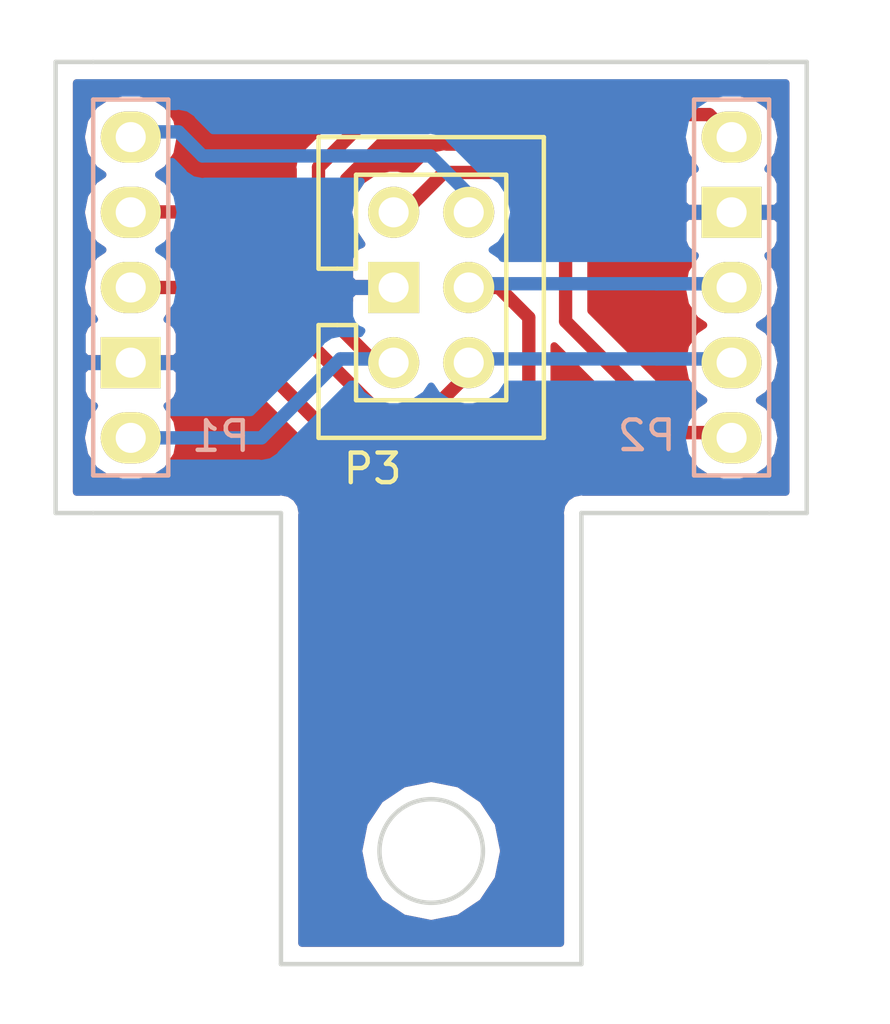
<source format=kicad_pcb>
(kicad_pcb (version 20171130) (host pcbnew no-vcs-found-3ad3869~61~ubuntu16.04.1)

  (general
    (thickness 1.6)
    (drawings 14)
    (tracks 49)
    (zones 0)
    (modules 3)
    (nets 7)
  )

  (page A4)
  (layers
    (0 F.Cu signal)
    (31 B.Cu signal)
    (32 B.Adhes user)
    (33 F.Adhes user)
    (34 B.Paste user)
    (35 F.Paste user)
    (36 B.SilkS user)
    (37 F.SilkS user)
    (38 B.Mask user)
    (39 F.Mask user)
    (40 Dwgs.User user)
    (41 Cmts.User user)
    (42 Eco1.User user)
    (43 Eco2.User user)
    (44 Edge.Cuts user)
    (45 Margin user)
    (46 B.CrtYd user)
    (47 F.CrtYd user)
    (48 B.Fab user)
    (49 F.Fab user)
  )

  (setup
    (last_trace_width 0.45)
    (trace_clearance 0.2)
    (zone_clearance 0.508)
    (zone_45_only no)
    (trace_min 0.2)
    (segment_width 0.2)
    (edge_width 0.15)
    (via_size 0.6)
    (via_drill 0.4)
    (via_min_size 0.4)
    (via_min_drill 0.3)
    (uvia_size 0.3)
    (uvia_drill 0.1)
    (uvias_allowed no)
    (uvia_min_size 0.2)
    (uvia_min_drill 0.1)
    (pcb_text_width 0.3)
    (pcb_text_size 1.5 1.5)
    (mod_edge_width 0.15)
    (mod_text_size 1 1)
    (mod_text_width 0.15)
    (pad_size 1.7272 1.7272)
    (pad_drill 1.016)
    (pad_to_mask_clearance 0.2)
    (aux_axis_origin 0 0)
    (grid_origin 100 100)
    (visible_elements 7FFFFFFF)
    (pcbplotparams
      (layerselection 0x010f0_ffffffff)
      (usegerberextensions false)
      (usegerberattributes false)
      (usegerberadvancedattributes false)
      (creategerberjobfile false)
      (excludeedgelayer true)
      (linewidth 0.100000)
      (plotframeref false)
      (viasonmask false)
      (mode 1)
      (useauxorigin false)
      (hpglpennumber 1)
      (hpglpenspeed 20)
      (hpglpendiameter 15)
      (psnegative false)
      (psa4output false)
      (plotreference true)
      (plotvalue true)
      (plotinvisibletext false)
      (padsonsilk false)
      (subtractmaskfromsilk false)
      (outputformat 1)
      (mirror false)
      (drillshape 0)
      (scaleselection 1)
      (outputdirectory lidar_gerbers/))
  )

  (net 0 "")
  (net 1 GND)
  (net 2 LID_VIN)
  (net 3 LID_SDA)
  (net 4 LID_SCL)
  (net 5 LID_L_XSHUT)
  (net 6 LID_R_XSHUT)

  (net_class Default "This is the default net class."
    (clearance 0.2)
    (trace_width 0.45)
    (via_dia 0.6)
    (via_drill 0.4)
    (uvia_dia 0.3)
    (uvia_drill 0.1)
    (add_net GND)
    (add_net LID_L_XSHUT)
    (add_net LID_R_XSHUT)
    (add_net LID_SCL)
    (add_net LID_SDA)
    (add_net LID_VIN)
  )

  (net_class 6V ""
    (clearance 0.2)
    (trace_width 0.55)
    (via_dia 0.6)
    (via_drill 0.4)
    (uvia_dia 0.3)
    (uvia_drill 0.1)
  )

  (net_class BATT ""
    (clearance 0.2)
    (trace_width 0.65)
    (via_dia 0.6)
    (via_drill 0.4)
    (uvia_dia 0.3)
    (uvia_drill 0.1)
  )

  (module Pin_Headers:Pin_Header_Straight_1x05 (layer F.Cu) (tedit 5A4F7AE7) (tstamp 59F4839B)
    (at 103.81 84.76)
    (descr "Through hole pin header")
    (tags "pin header")
    (path /59F476FD)
    (fp_text reference P2 (at -2.8702 10.0838) (layer B.SilkS)
      (effects (font (size 1 1) (thickness 0.15)) (justify mirror))
    )
    (fp_text value LIDAR_RIGHT (at 0.6604 -3.6576) (layer F.Fab)
      (effects (font (size 1 1) (thickness 0.15)))
    )
    (fp_line (start -1.27 11.43) (end -1.27 -1.27) (layer B.SilkS) (width 0.15))
    (fp_line (start -1.27 -1.27) (end 1.27 -1.27) (layer B.SilkS) (width 0.15))
    (fp_line (start 1.27 -1.27) (end 1.27 11.43) (layer B.SilkS) (width 0.15))
    (fp_line (start 1.27 11.43) (end -1.27 11.43) (layer B.SilkS) (width 0.15))
    (fp_line (start -1.75 -1.75) (end -1.75 11.95) (layer F.CrtYd) (width 0.05))
    (fp_line (start 1.75 -1.75) (end 1.75 11.95) (layer F.CrtYd) (width 0.05))
    (fp_line (start -1.75 -1.75) (end 1.75 -1.75) (layer F.CrtYd) (width 0.05))
    (fp_line (start -1.75 11.95) (end 1.75 11.95) (layer F.CrtYd) (width 0.05))
    (pad 1 thru_hole oval (at 0 0) (size 2.032 1.7272) (drill 1.016) (layers *.Cu *.Mask F.SilkS)
      (net 2 LID_VIN))
    (pad 2 thru_hole rect (at 0 2.54) (size 2.032 1.7272) (drill 1.016) (layers *.Cu *.Mask F.SilkS)
      (net 1 GND))
    (pad 3 thru_hole oval (at 0 5.08) (size 2.032 1.7272) (drill 1.016) (layers *.Cu *.Mask F.SilkS)
      (net 3 LID_SDA))
    (pad 4 thru_hole oval (at 0 7.62) (size 2.032 1.7272) (drill 1.016) (layers *.Cu *.Mask F.SilkS)
      (net 4 LID_SCL))
    (pad 5 thru_hole oval (at 0 10.16) (size 2.032 1.7272) (drill 1.016) (layers *.Cu *.Mask F.SilkS)
      (net 6 LID_R_XSHUT))
    (model Pin_Headers.3dshapes/Pin_Header_Straight_1x05.wrl
      (offset (xyz 0 -5.079999923706055 0))
      (scale (xyz 1 1 1))
      (rotate (xyz 0 0 90))
    )
  )

  (module Pin_Headers:Pin_Header_Straight_2x03 (layer F.Cu) (tedit 5A4F7AE5) (tstamp 59F48387)
    (at 94.92 92.38 180)
    (descr "Through hole pin header")
    (tags "pin header")
    (path /59F478A1)
    (fp_text reference P3 (at 3.2512 -3.5814 180) (layer F.SilkS)
      (effects (font (size 1 1) (thickness 0.15)))
    )
    (fp_text value CONN_02X03 (at 1.9812 11.4046 180) (layer F.Fab)
      (effects (font (size 1 1) (thickness 0.15)))
    )
    (fp_line (start 4.445 3.175) (end 5.08 3.175) (layer F.SilkS) (width 0.15))
    (fp_line (start 5.08 3.175) (end 5.08 7.62) (layer F.SilkS) (width 0.15))
    (fp_line (start 5.08 7.62) (end -2.54 7.62) (layer F.SilkS) (width 0.15))
    (fp_line (start -2.54 7.62) (end -2.54 -2.54) (layer F.SilkS) (width 0.15))
    (fp_line (start -2.54 -2.54) (end 5.08 -2.54) (layer F.SilkS) (width 0.15))
    (fp_line (start 5.08 -2.54) (end 5.08 1.27) (layer F.SilkS) (width 0.15))
    (fp_line (start 5.08 1.27) (end 4.445 1.27) (layer F.SilkS) (width 0.15))
    (fp_line (start 3.81 3.175) (end 3.81 6.35) (layer F.SilkS) (width 0.15))
    (fp_line (start 3.81 1.27) (end 4.445 1.27) (layer F.SilkS) (width 0.15))
    (fp_line (start 4.445 3.175) (end 3.81 3.175) (layer F.SilkS) (width 0.15))
    (fp_line (start -1.27 1.27) (end -1.27 -1.27) (layer F.SilkS) (width 0.15))
    (fp_line (start -1.27 -1.27) (end 1.27 -1.27) (layer F.SilkS) (width 0.15))
    (fp_line (start -1.27 1.27) (end -1.27 6.35) (layer F.SilkS) (width 0.15))
    (fp_line (start -1.75 -1.75) (end -1.75 6.85) (layer F.CrtYd) (width 0.05))
    (fp_line (start 4.3 -1.75) (end 4.3 6.85) (layer F.CrtYd) (width 0.05))
    (fp_line (start -1.75 -1.75) (end 4.3 -1.75) (layer F.CrtYd) (width 0.05))
    (fp_line (start -1.75 6.85) (end 4.3 6.85) (layer F.CrtYd) (width 0.05))
    (fp_line (start -1.27 6.35) (end 3.81 6.35) (layer F.SilkS) (width 0.15))
    (fp_line (start 3.81 -1.27) (end 1.27 -1.27) (layer F.SilkS) (width 0.15))
    (fp_line (start 3.81 1.27) (end 3.81 -1.27) (layer F.SilkS) (width 0.15))
    (pad 1 thru_hole oval (at 0 0 180) (size 1.7272 1.7272) (drill 1.016) (layers *.Cu *.Mask F.SilkS)
      (net 4 LID_SCL))
    (pad 2 thru_hole oval (at 2.54 0 180) (size 1.7272 1.7272) (drill 1.016) (layers *.Cu *.Mask F.SilkS)
      (net 2 LID_VIN))
    (pad 3 thru_hole oval (at 0 2.54 180) (size 1.7272 1.7272) (drill 1.016) (layers *.Cu *.Mask F.SilkS)
      (net 3 LID_SDA))
    (pad 4 thru_hole rect (at 2.54 2.54 180) (size 1.7272 1.7272) (drill 1.016) (layers *.Cu *.Mask F.SilkS)
      (net 1 GND))
    (pad 5 thru_hole oval (at 0 5.08 180) (size 1.7272 1.7272) (drill 1.016) (layers *.Cu *.Mask F.SilkS)
      (net 5 LID_L_XSHUT))
    (pad 6 thru_hole oval (at 2.54 5.08 180) (size 1.7272 1.7272) (drill 1.016) (layers *.Cu *.Mask F.SilkS)
      (net 6 LID_R_XSHUT))
    (model Pin_Headers.3dshapes/Pin_Header_Straight_2x03.wrl
      (offset (xyz 1.269999980926514 -2.539999961853027 0))
      (scale (xyz 1 1 1))
      (rotate (xyz 0 0 90))
    )
  )

  (module Pin_Headers:Pin_Header_Straight_1x05 (layer F.Cu) (tedit 5A4F7AE9) (tstamp 59F48370)
    (at 83.49 94.92 180)
    (descr "Through hole pin header")
    (tags "pin header")
    (path /59F477DB)
    (fp_text reference P1 (at -3.048 0.0508 180) (layer B.SilkS)
      (effects (font (size 1 1) (thickness 0.15)) (justify mirror))
    )
    (fp_text value LIDAR_LEFT (at 0.1778 -3.429 180) (layer F.Fab)
      (effects (font (size 1 1) (thickness 0.15)))
    )
    (fp_line (start -1.27 11.43) (end -1.27 -1.27) (layer B.SilkS) (width 0.15))
    (fp_line (start -1.27 -1.27) (end 1.27 -1.27) (layer B.SilkS) (width 0.15))
    (fp_line (start 1.27 -1.27) (end 1.27 11.43) (layer B.SilkS) (width 0.15))
    (fp_line (start 1.27 11.43) (end -1.27 11.43) (layer B.SilkS) (width 0.15))
    (fp_line (start -1.75 -1.75) (end -1.75 11.95) (layer F.CrtYd) (width 0.05))
    (fp_line (start 1.75 -1.75) (end 1.75 11.95) (layer F.CrtYd) (width 0.05))
    (fp_line (start -1.75 -1.75) (end 1.75 -1.75) (layer F.CrtYd) (width 0.05))
    (fp_line (start -1.75 11.95) (end 1.75 11.95) (layer F.CrtYd) (width 0.05))
    (pad 1 thru_hole oval (at 0 0 180) (size 2.032 1.7272) (drill 1.016) (layers *.Cu *.Mask F.SilkS)
      (net 2 LID_VIN))
    (pad 2 thru_hole rect (at 0 2.54 180) (size 2.032 1.7272) (drill 1.016) (layers *.Cu *.Mask F.SilkS)
      (net 1 GND))
    (pad 3 thru_hole oval (at 0 5.08 180) (size 2.032 1.7272) (drill 1.016) (layers *.Cu *.Mask F.SilkS)
      (net 3 LID_SDA))
    (pad 4 thru_hole oval (at 0 7.62 180) (size 2.032 1.7272) (drill 1.016) (layers *.Cu *.Mask F.SilkS)
      (net 4 LID_SCL))
    (pad 5 thru_hole oval (at 0 10.16 180) (size 2.032 1.7272) (drill 1.016) (layers *.Cu *.Mask F.SilkS)
      (net 5 LID_L_XSHUT))
    (model Pin_Headers.3dshapes/Pin_Header_Straight_1x05.wrl
      (offset (xyz 0 -5.079999923706055 0))
      (scale (xyz 1 1 1))
      (rotate (xyz 0 0 90))
    )
  )

  (gr_line (start 80.95 97.46) (end 82.22 97.46) (angle 90) (layer Edge.Cuts) (width 0.15))
  (gr_line (start 80.95 82.22) (end 82.22 82.22) (angle 90) (layer Edge.Cuts) (width 0.15))
  (gr_line (start 105.08 82.22) (end 106.35 82.22) (angle 90) (layer Edge.Cuts) (width 0.15))
  (gr_line (start 105.08 97.46) (end 106.35 97.46) (angle 90) (layer Edge.Cuts) (width 0.15))
  (gr_line (start 98.73 97.46) (end 98.73 112.7) (angle 90) (layer Edge.Cuts) (width 0.15))
  (gr_line (start 88.57 97.46) (end 88.57 112.7) (angle 90) (layer Edge.Cuts) (width 0.15))
  (gr_line (start 80.95 82.22) (end 80.95 97.46) (angle 90) (layer Edge.Cuts) (width 0.15))
  (gr_line (start 105.08 82.22) (end 82.22 82.22) (angle 90) (layer Edge.Cuts) (width 0.15))
  (gr_line (start 106.35 97.46) (end 106.35 82.22) (angle 90) (layer Edge.Cuts) (width 0.15))
  (gr_line (start 98.73 97.46) (end 105.08 97.46) (angle 90) (layer Edge.Cuts) (width 0.15))
  (gr_line (start 82.22 97.46) (end 88.57 97.46) (angle 90) (layer Edge.Cuts) (width 0.15))
  (gr_line (start 88.57 112.7) (end 98.73 112.7) (angle 90) (layer Edge.Cuts) (width 0.15))
  (gr_line (start 102.7686 84.887) (end 94.0818 84.887) (angle 90) (layer Cmts.User) (width 0.2))
  (gr_circle (center 93.6511 108.8784) (end 95.4011 108.8784) (layer Edge.Cuts) (width 0.15) (tstamp 59F4C16C))

  (segment (start 103.048 83.998) (end 103.81 84.76) (width 0.45) (layer F.Cu) (net 2) (tstamp 5A7DB9D5))
  (segment (start 91.618 83.998) (end 103.048 83.998) (width 0.45) (layer F.Cu) (net 2) (tstamp 5A7DB9D4))
  (segment (start 89.84 90.475) (end 89.84 85.776) (width 0.45) (layer F.Cu) (net 2))
  (segment (start 89.84 85.776) (end 91.618 83.998) (width 0.45) (layer F.Cu) (net 2) (tstamp 5A7DB9D3))
  (segment (start 83.49 94.92) (end 87.9096 94.92) (width 0.45) (layer B.Cu) (net 2) (status 400000))
  (segment (start 87.9096 94.92) (end 90.5766 92.253) (width 0.45) (layer B.Cu) (net 2) (tstamp 5A7DB997))
  (segment (start 90.5766 92.253) (end 92.253 92.253) (width 0.45) (layer B.Cu) (net 2) (tstamp 5A7DB998) (status 800000))
  (segment (start 92.253 92.253) (end 92.38 92.38) (width 0.45) (layer B.Cu) (net 2) (tstamp 5A7DB999) (status C00000))
  (segment (start 89.84 90.475) (end 91.745 92.38) (width 0.45) (layer F.Cu) (net 2) (tstamp 5A7DB988) (status 800000))
  (segment (start 91.745 92.38) (end 92.38 92.38) (width 0.45) (layer F.Cu) (net 2) (tstamp 5A7DB989) (status C00000))
  (segment (start 92.38 92.38) (end 91.745 92.38) (width 0.45) (layer F.Cu) (net 2) (status C00000))
  (segment (start 91.745 92.38) (end 89.84 90.475) (width 0.45) (layer F.Cu) (net 2) (tstamp 5A7DB810) (status 400000))
  (segment (start 92.8626 92.253) (end 90.5766 92.253) (width 0.45) (layer B.Cu) (net 2))
  (segment (start 101.27 89.713) (end 103.683 89.713) (width 0.45) (layer B.Cu) (net 3) (status 800000))
  (segment (start 103.683 89.713) (end 103.81 89.84) (width 0.45) (layer B.Cu) (net 3) (tstamp 5A7DB7EA) (status C00000))
  (segment (start 83.49 89.84) (end 84.76 89.84) (width 0.45) (layer F.Cu) (net 3) (status 400000))
  (segment (start 95.936 89.84) (end 94.92 89.84) (width 0.45) (layer F.Cu) (net 3) (tstamp 5A3E43D8))
  (segment (start 96.952 90.856) (end 95.936 89.84) (width 0.45) (layer F.Cu) (net 3) (tstamp 5A3E43D7))
  (segment (start 96.952 93.904) (end 96.952 90.856) (width 0.45) (layer F.Cu) (net 3) (tstamp 5A3E43D6))
  (segment (start 95.428 95.428) (end 96.952 93.904) (width 0.45) (layer F.Cu) (net 3) (tstamp 5A3E43D3))
  (segment (start 90.856 95.428) (end 95.428 95.428) (width 0.45) (layer F.Cu) (net 3) (tstamp 5A3E43CF))
  (segment (start 85.268 89.84) (end 90.856 95.428) (width 0.45) (layer F.Cu) (net 3) (tstamp 5A3E43CE))
  (segment (start 84.76 89.84) (end 85.268 89.84) (width 0.45) (layer F.Cu) (net 3))
  (segment (start 95.4026 89.713) (end 101.27 89.713) (width 0.45) (layer B.Cu) (net 3))
  (segment (start 101.27 89.713) (end 102.8321 89.713) (width 0.45) (layer B.Cu) (net 3) (tstamp 5A7DB7E8))
  (segment (start 101.27 92.253) (end 103.683 92.253) (width 0.45) (layer B.Cu) (net 4) (status 800000))
  (segment (start 103.683 92.253) (end 103.81 92.38) (width 0.45) (layer B.Cu) (net 4) (tstamp 5A7DB7EF) (status C00000))
  (segment (start 85.1029 87.2873) (end 83.5027 87.2873) (width 0.45) (layer F.Cu) (net 4) (status 800000))
  (segment (start 83.5027 87.2873) (end 83.49 87.3) (width 0.45) (layer F.Cu) (net 4) (tstamp 5A7DB7CE) (status C00000))
  (segment (start 85.1029 87.2873) (end 91.8466 94.031) (width 0.45) (layer F.Cu) (net 4) (tstamp 59F4C3E7))
  (segment (start 91.8466 94.031) (end 93.6246 94.031) (width 0.45) (layer F.Cu) (net 4) (tstamp 59F4C3E8))
  (segment (start 93.6246 94.031) (end 95.4026 92.253) (width 0.45) (layer F.Cu) (net 4) (tstamp 59F4C3EA))
  (segment (start 95.4026 92.253) (end 101.27 92.253) (width 0.45) (layer B.Cu) (net 4))
  (segment (start 101.27 92.253) (end 102.8321 92.253) (width 0.45) (layer B.Cu) (net 4) (tstamp 5A7DB7ED))
  (segment (start 85.1029 84.5822) (end 83.6678 84.5822) (width 0.45) (layer B.Cu) (net 5) (status 800000))
  (segment (start 93.6246 85.395) (end 85.9157 85.395) (width 0.45) (layer B.Cu) (net 5) (tstamp 59F4C3E2))
  (segment (start 85.9157 85.395) (end 85.1029 84.5822) (width 0.45) (layer B.Cu) (net 5) (tstamp 59F4C3E3))
  (segment (start 95.4026 87.173) (end 93.6246 85.395) (width 0.45) (layer B.Cu) (net 5))
  (segment (start 83.6678 84.5822) (end 83.49 84.76) (width 0.45) (layer B.Cu) (net 5) (tstamp 5A7DB7F7) (status C00000))
  (segment (start 94.0818 85.9538) (end 96.8758 85.9538) (width 0.45) (layer F.Cu) (net 6))
  (segment (start 96.8758 85.9538) (end 98.1966 87.2746) (width 0.45) (layer F.Cu) (net 6) (tstamp 5A7DB9DA))
  (segment (start 100.4318 93.2182) (end 101.9558 94.7422) (width 0.45) (layer F.Cu) (net 6))
  (segment (start 98.1966 90.983) (end 98.1966 87.2746) (width 0.45) (layer F.Cu) (net 6) (tstamp 59F4C3EE))
  (segment (start 100.4318 93.2182) (end 98.1966 90.983) (width 0.45) (layer F.Cu) (net 6) (tstamp 5A7DB7D4))
  (segment (start 94.0818 85.9538) (end 92.8626 87.173) (width 0.45) (layer F.Cu) (net 6) (tstamp 5A7DB9D8))
  (segment (start 101.9558 94.7422) (end 103.6322 94.7422) (width 0.45) (layer F.Cu) (net 6) (tstamp 5A7DB7D6) (status 800000))
  (segment (start 103.6322 94.7422) (end 103.81 94.92) (width 0.45) (layer F.Cu) (net 6) (tstamp 5A7DB7D7) (status C00000))
  (segment (start 102.8829 94.7422) (end 101.9558 94.7422) (width 0.45) (layer F.Cu) (net 6))
  (segment (start 102.8829 94.7422) (end 102.2479 94.7422) (width 0.45) (layer F.Cu) (net 6))

  (zone (net 1) (net_name GND) (layer F.Cu) (tstamp 5A3E43FA) (hatch edge 0.508)
    (connect_pads (clearance 0.508))
    (min_thickness 0.254)
    (fill yes (arc_segments 16) (thermal_gap 0.508) (thermal_bridge_width 0.508))
    (polygon
      (pts
        (xy 80.95 80.188) (xy 107.366 80.188) (xy 107.366 114.732) (xy 80.95 114.732)
      )
    )
    (filled_polygon
      (pts
        (xy 105.64 96.75) (xy 98.799925 96.75) (xy 98.73 96.736091) (xy 98.660074 96.75) (xy 98.452972 96.791195)
        (xy 98.218119 96.948119) (xy 98.061195 97.182972) (xy 98.006091 97.46) (xy 98.02 97.529925) (xy 98.020001 111.99)
        (xy 89.28 111.99) (xy 89.28 108.8784) (xy 91.1911 108.8784) (xy 91.378356 109.819801) (xy 91.911617 110.617883)
        (xy 92.709699 111.151144) (xy 93.6511 111.3384) (xy 94.592501 111.151144) (xy 95.390583 110.617883) (xy 95.923844 109.819801)
        (xy 96.1111 108.8784) (xy 95.923844 107.936999) (xy 95.390583 107.138917) (xy 94.592501 106.605656) (xy 93.6511 106.4184)
        (xy 92.709699 106.605656) (xy 91.911617 107.138917) (xy 91.378356 107.936999) (xy 91.1911 108.8784) (xy 89.28 108.8784)
        (xy 89.28 97.529925) (xy 89.293909 97.46) (xy 89.238805 97.182972) (xy 89.081881 96.948119) (xy 88.847028 96.791195)
        (xy 88.639926 96.75) (xy 88.639925 96.75) (xy 88.57 96.736091) (xy 88.500074 96.75) (xy 81.66 96.75)
        (xy 81.66 94.92) (xy 81.809641 94.92) (xy 81.92595 95.504725) (xy 82.25717 96.00043) (xy 82.752875 96.33165)
        (xy 83.190002 96.4186) (xy 83.789998 96.4186) (xy 84.227125 96.33165) (xy 84.72283 96.00043) (xy 85.05405 95.504725)
        (xy 85.170359 94.92) (xy 85.05405 94.335275) (xy 84.723633 93.840772) (xy 84.865698 93.781927) (xy 85.044327 93.603299)
        (xy 85.141 93.36991) (xy 85.141 92.66575) (xy 84.98225 92.507) (xy 83.617 92.507) (xy 83.617 92.527)
        (xy 83.363 92.527) (xy 83.363 92.507) (xy 81.99775 92.507) (xy 81.839 92.66575) (xy 81.839 93.36991)
        (xy 81.935673 93.603299) (xy 82.114302 93.781927) (xy 82.256367 93.840772) (xy 81.92595 94.335275) (xy 81.809641 94.92)
        (xy 81.66 94.92) (xy 81.66 84.76) (xy 81.809641 84.76) (xy 81.92595 85.344725) (xy 82.25717 85.84043)
        (xy 82.540881 86.03) (xy 82.25717 86.21957) (xy 81.92595 86.715275) (xy 81.809641 87.3) (xy 81.92595 87.884725)
        (xy 82.25717 88.38043) (xy 82.540881 88.57) (xy 82.25717 88.75957) (xy 81.92595 89.255275) (xy 81.809641 89.84)
        (xy 81.92595 90.424725) (xy 82.256367 90.919228) (xy 82.114302 90.978073) (xy 81.935673 91.156701) (xy 81.839 91.39009)
        (xy 81.839 92.09425) (xy 81.99775 92.253) (xy 83.363 92.253) (xy 83.363 92.233) (xy 83.617 92.233)
        (xy 83.617 92.253) (xy 84.98225 92.253) (xy 85.141 92.09425) (xy 85.141 91.39009) (xy 85.044327 91.156701)
        (xy 84.865698 90.978073) (xy 84.723633 90.919228) (xy 84.870117 90.7) (xy 84.911777 90.7) (xy 90.187997 95.976221)
        (xy 90.235975 96.048025) (xy 90.307779 96.096003) (xy 90.30778 96.096004) (xy 90.42084 96.171548) (xy 90.520445 96.238102)
        (xy 90.771299 96.288) (xy 90.771303 96.288) (xy 90.855999 96.304847) (xy 90.940695 96.288) (xy 95.343304 96.288)
        (xy 95.428 96.304847) (xy 95.512696 96.288) (xy 95.512701 96.288) (xy 95.763555 96.238102) (xy 96.048025 96.048025)
        (xy 96.096005 95.976218) (xy 97.500221 94.572003) (xy 97.572025 94.524025) (xy 97.762102 94.239555) (xy 97.812 93.988701)
        (xy 97.812 93.988697) (xy 97.828847 93.904001) (xy 97.812 93.819305) (xy 97.812 91.814623) (xy 99.88358 93.886204)
        (xy 99.883583 93.886206) (xy 101.287797 95.290421) (xy 101.335775 95.362225) (xy 101.407579 95.410203) (xy 101.40758 95.410204)
        (xy 101.434214 95.428) (xy 101.620245 95.552302) (xy 101.871099 95.6022) (xy 101.871103 95.6022) (xy 101.955799 95.619047)
        (xy 102.040495 95.6022) (xy 102.311081 95.6022) (xy 102.57717 96.00043) (xy 103.072875 96.33165) (xy 103.510002 96.4186)
        (xy 104.109998 96.4186) (xy 104.547125 96.33165) (xy 105.04283 96.00043) (xy 105.37405 95.504725) (xy 105.490359 94.92)
        (xy 105.37405 94.335275) (xy 105.04283 93.83957) (xy 104.759119 93.65) (xy 105.04283 93.46043) (xy 105.37405 92.964725)
        (xy 105.490359 92.38) (xy 105.37405 91.795275) (xy 105.04283 91.29957) (xy 104.759119 91.11) (xy 105.04283 90.92043)
        (xy 105.37405 90.424725) (xy 105.490359 89.84) (xy 105.37405 89.255275) (xy 105.043633 88.760772) (xy 105.185698 88.701927)
        (xy 105.364327 88.523299) (xy 105.461 88.28991) (xy 105.461 87.58575) (xy 105.30225 87.427) (xy 103.937 87.427)
        (xy 103.937 87.447) (xy 103.683 87.447) (xy 103.683 87.427) (xy 102.31775 87.427) (xy 102.159 87.58575)
        (xy 102.159 88.28991) (xy 102.255673 88.523299) (xy 102.434302 88.701927) (xy 102.576367 88.760772) (xy 102.24595 89.255275)
        (xy 102.129641 89.84) (xy 102.24595 90.424725) (xy 102.57717 90.92043) (xy 102.860881 91.11) (xy 102.57717 91.29957)
        (xy 102.24595 91.795275) (xy 102.129641 92.38) (xy 102.24595 92.964725) (xy 102.57717 93.46043) (xy 102.860881 93.65)
        (xy 102.57717 93.83957) (xy 102.548686 93.8822) (xy 102.312024 93.8822) (xy 101.099806 92.669983) (xy 101.099804 92.66998)
        (xy 99.0566 90.626777) (xy 99.0566 87.359295) (xy 99.073447 87.274599) (xy 99.0566 87.189903) (xy 99.0566 87.189899)
        (xy 99.006702 86.939045) (xy 98.816625 86.654575) (xy 98.744821 86.606597) (xy 97.543805 85.405582) (xy 97.495825 85.333775)
        (xy 97.211355 85.143698) (xy 96.960501 85.0938) (xy 96.960496 85.0938) (xy 96.8758 85.076953) (xy 96.791104 85.0938)
        (xy 94.166495 85.0938) (xy 94.081799 85.076953) (xy 93.997103 85.0938) (xy 93.997099 85.0938) (xy 93.746245 85.143698)
        (xy 93.64664 85.210252) (xy 93.53358 85.285796) (xy 93.533579 85.285797) (xy 93.461775 85.333775) (xy 93.413797 85.405579)
        (xy 92.936617 85.882759) (xy 92.527598 85.8014) (xy 92.232402 85.8014) (xy 91.795275 85.88835) (xy 91.29957 86.21957)
        (xy 90.96835 86.715275) (xy 90.852041 87.3) (xy 90.96835 87.884725) (xy 91.298767 88.379228) (xy 91.156702 88.438073)
        (xy 90.978073 88.616701) (xy 90.8814 88.85009) (xy 90.8814 89.55425) (xy 91.04015 89.713) (xy 92.253 89.713)
        (xy 92.253 89.693) (xy 92.507 89.693) (xy 92.507 89.713) (xy 92.527 89.713) (xy 92.527 89.967)
        (xy 92.507 89.967) (xy 92.507 89.987) (xy 92.253 89.987) (xy 92.253 89.967) (xy 91.04015 89.967)
        (xy 90.8814 90.12575) (xy 90.8814 90.300177) (xy 90.7 90.118777) (xy 90.7 86.132223) (xy 91.974223 84.858)
        (xy 102.149134 84.858) (xy 102.24595 85.344725) (xy 102.576367 85.839228) (xy 102.434302 85.898073) (xy 102.255673 86.076701)
        (xy 102.159 86.31009) (xy 102.159 87.01425) (xy 102.31775 87.173) (xy 103.683 87.173) (xy 103.683 87.153)
        (xy 103.937 87.153) (xy 103.937 87.173) (xy 105.30225 87.173) (xy 105.461 87.01425) (xy 105.461 86.31009)
        (xy 105.364327 86.076701) (xy 105.185698 85.898073) (xy 105.043633 85.839228) (xy 105.37405 85.344725) (xy 105.490359 84.76)
        (xy 105.37405 84.175275) (xy 105.04283 83.67957) (xy 104.547125 83.34835) (xy 104.109998 83.2614) (xy 103.510002 83.2614)
        (xy 103.497331 83.263921) (xy 103.383555 83.187898) (xy 103.132701 83.138) (xy 103.132696 83.138) (xy 103.048 83.121153)
        (xy 102.963304 83.138) (xy 91.702697 83.138) (xy 91.618 83.121153) (xy 91.533303 83.138) (xy 91.533299 83.138)
        (xy 91.334272 83.177589) (xy 91.282444 83.187898) (xy 91.134382 83.286831) (xy 90.997975 83.377975) (xy 90.949995 83.449782)
        (xy 89.29178 85.107997) (xy 89.219976 85.155975) (xy 89.171998 85.227779) (xy 89.171996 85.227781) (xy 89.029899 85.440445)
        (xy 88.963153 85.776) (xy 88.980001 85.8607) (xy 88.98 89.948177) (xy 85.770905 86.739082) (xy 85.722925 86.667275)
        (xy 85.438455 86.477198) (xy 85.187601 86.4273) (xy 85.187596 86.4273) (xy 85.1029 86.410453) (xy 85.018204 86.4273)
        (xy 84.861631 86.4273) (xy 84.72283 86.21957) (xy 84.439119 86.03) (xy 84.72283 85.84043) (xy 85.05405 85.344725)
        (xy 85.170359 84.76) (xy 85.05405 84.175275) (xy 84.72283 83.67957) (xy 84.227125 83.34835) (xy 83.789998 83.2614)
        (xy 83.190002 83.2614) (xy 82.752875 83.34835) (xy 82.25717 83.67957) (xy 81.92595 84.175275) (xy 81.809641 84.76)
        (xy 81.66 84.76) (xy 81.66 82.93) (xy 105.640001 82.93)
      )
    )
  )
  (zone (net 1) (net_name GND) (layer B.Cu) (tstamp 5A3E4407) (hatch edge 0.508)
    (connect_pads (clearance 0.508))
    (min_thickness 0.254)
    (fill yes (arc_segments 16) (thermal_gap 0.508) (thermal_bridge_width 0.508))
    (polygon
      (pts
        (xy 80.95 80.188) (xy 107.366 80.188) (xy 107.366 114.732) (xy 80.95 114.732)
      )
    )
    (filled_polygon
      (pts
        (xy 105.64 96.75) (xy 98.799925 96.75) (xy 98.73 96.736091) (xy 98.660074 96.75) (xy 98.452972 96.791195)
        (xy 98.218119 96.948119) (xy 98.061195 97.182972) (xy 98.006091 97.46) (xy 98.02 97.529925) (xy 98.020001 111.99)
        (xy 89.28 111.99) (xy 89.28 108.8784) (xy 91.1911 108.8784) (xy 91.378356 109.819801) (xy 91.911617 110.617883)
        (xy 92.709699 111.151144) (xy 93.6511 111.3384) (xy 94.592501 111.151144) (xy 95.390583 110.617883) (xy 95.923844 109.819801)
        (xy 96.1111 108.8784) (xy 95.923844 107.936999) (xy 95.390583 107.138917) (xy 94.592501 106.605656) (xy 93.6511 106.4184)
        (xy 92.709699 106.605656) (xy 91.911617 107.138917) (xy 91.378356 107.936999) (xy 91.1911 108.8784) (xy 89.28 108.8784)
        (xy 89.28 97.529925) (xy 89.293909 97.46) (xy 89.238805 97.182972) (xy 89.081881 96.948119) (xy 88.847028 96.791195)
        (xy 88.639926 96.75) (xy 88.639925 96.75) (xy 88.57 96.736091) (xy 88.500074 96.75) (xy 81.66 96.75)
        (xy 81.66 84.76) (xy 81.809641 84.76) (xy 81.92595 85.344725) (xy 82.25717 85.84043) (xy 82.540881 86.03)
        (xy 82.25717 86.21957) (xy 81.92595 86.715275) (xy 81.809641 87.3) (xy 81.92595 87.884725) (xy 82.25717 88.38043)
        (xy 82.540881 88.57) (xy 82.25717 88.75957) (xy 81.92595 89.255275) (xy 81.809641 89.84) (xy 81.92595 90.424725)
        (xy 82.256367 90.919228) (xy 82.114302 90.978073) (xy 81.935673 91.156701) (xy 81.839 91.39009) (xy 81.839 92.09425)
        (xy 81.99775 92.253) (xy 83.363 92.253) (xy 83.363 92.233) (xy 83.617 92.233) (xy 83.617 92.253)
        (xy 84.98225 92.253) (xy 85.141 92.09425) (xy 85.141 91.39009) (xy 85.044327 91.156701) (xy 84.865698 90.978073)
        (xy 84.723633 90.919228) (xy 85.05405 90.424725) (xy 85.170359 89.84) (xy 85.05405 89.255275) (xy 84.72283 88.75957)
        (xy 84.439119 88.57) (xy 84.72283 88.38043) (xy 85.05405 87.884725) (xy 85.170359 87.3) (xy 85.05405 86.715275)
        (xy 84.72283 86.21957) (xy 84.439119 86.03) (xy 84.72283 85.84043) (xy 84.89189 85.587414) (xy 85.247697 85.943221)
        (xy 85.295675 86.015025) (xy 85.367479 86.063003) (xy 85.36748 86.063004) (xy 85.48054 86.138548) (xy 85.580145 86.205102)
        (xy 85.830999 86.255) (xy 85.831004 86.255) (xy 85.9157 86.271847) (xy 86.000396 86.255) (xy 91.275896 86.255)
        (xy 90.96835 86.715275) (xy 90.852041 87.3) (xy 90.96835 87.884725) (xy 91.298767 88.379228) (xy 91.156702 88.438073)
        (xy 90.978073 88.616701) (xy 90.8814 88.85009) (xy 90.8814 89.55425) (xy 91.04015 89.713) (xy 92.253 89.713)
        (xy 92.253 89.693) (xy 92.507 89.693) (xy 92.507 89.713) (xy 92.527 89.713) (xy 92.527 89.967)
        (xy 92.507 89.967) (xy 92.507 89.987) (xy 92.253 89.987) (xy 92.253 89.967) (xy 91.04015 89.967)
        (xy 90.8814 90.12575) (xy 90.8814 90.82991) (xy 90.978073 91.063299) (xy 91.156702 91.241927) (xy 91.298767 91.300772)
        (xy 91.237142 91.393) (xy 90.661301 91.393) (xy 90.5766 91.376152) (xy 90.241044 91.442898) (xy 90.092982 91.541831)
        (xy 89.956575 91.632975) (xy 89.908595 91.704782) (xy 87.553377 94.06) (xy 84.870117 94.06) (xy 84.723633 93.840772)
        (xy 84.865698 93.781927) (xy 85.044327 93.603299) (xy 85.141 93.36991) (xy 85.141 92.66575) (xy 84.98225 92.507)
        (xy 83.617 92.507) (xy 83.617 92.527) (xy 83.363 92.527) (xy 83.363 92.507) (xy 81.99775 92.507)
        (xy 81.839 92.66575) (xy 81.839 93.36991) (xy 81.935673 93.603299) (xy 82.114302 93.781927) (xy 82.256367 93.840772)
        (xy 81.92595 94.335275) (xy 81.809641 94.92) (xy 81.92595 95.504725) (xy 82.25717 96.00043) (xy 82.752875 96.33165)
        (xy 83.190002 96.4186) (xy 83.789998 96.4186) (xy 84.227125 96.33165) (xy 84.72283 96.00043) (xy 84.870117 95.78)
        (xy 87.824904 95.78) (xy 87.9096 95.796847) (xy 87.994296 95.78) (xy 87.994301 95.78) (xy 88.245155 95.730102)
        (xy 88.529625 95.540025) (xy 88.577605 95.468218) (xy 90.932823 93.113) (xy 91.067424 93.113) (xy 91.29957 93.46043)
        (xy 91.795275 93.79165) (xy 92.232402 93.8786) (xy 92.527598 93.8786) (xy 92.964725 93.79165) (xy 93.46043 93.46043)
        (xy 93.65 93.176719) (xy 93.83957 93.46043) (xy 94.335275 93.79165) (xy 94.772402 93.8786) (xy 95.067598 93.8786)
        (xy 95.504725 93.79165) (xy 96.00043 93.46043) (xy 96.232576 93.113) (xy 102.345024 93.113) (xy 102.57717 93.46043)
        (xy 102.860881 93.65) (xy 102.57717 93.83957) (xy 102.24595 94.335275) (xy 102.129641 94.92) (xy 102.24595 95.504725)
        (xy 102.57717 96.00043) (xy 103.072875 96.33165) (xy 103.510002 96.4186) (xy 104.109998 96.4186) (xy 104.547125 96.33165)
        (xy 105.04283 96.00043) (xy 105.37405 95.504725) (xy 105.490359 94.92) (xy 105.37405 94.335275) (xy 105.04283 93.83957)
        (xy 104.759119 93.65) (xy 105.04283 93.46043) (xy 105.37405 92.964725) (xy 105.490359 92.38) (xy 105.37405 91.795275)
        (xy 105.04283 91.29957) (xy 104.759119 91.11) (xy 105.04283 90.92043) (xy 105.37405 90.424725) (xy 105.490359 89.84)
        (xy 105.37405 89.255275) (xy 105.043633 88.760772) (xy 105.185698 88.701927) (xy 105.364327 88.523299) (xy 105.461 88.28991)
        (xy 105.461 87.58575) (xy 105.30225 87.427) (xy 103.937 87.427) (xy 103.937 87.447) (xy 103.683 87.447)
        (xy 103.683 87.427) (xy 102.31775 87.427) (xy 102.159 87.58575) (xy 102.159 88.28991) (xy 102.255673 88.523299)
        (xy 102.434302 88.701927) (xy 102.576367 88.760772) (xy 102.514742 88.853) (xy 96.062858 88.853) (xy 96.00043 88.75957)
        (xy 95.716719 88.57) (xy 96.00043 88.38043) (xy 96.33165 87.884725) (xy 96.447959 87.3) (xy 96.33165 86.715275)
        (xy 96.00043 86.21957) (xy 95.504725 85.88835) (xy 95.291824 85.846001) (xy 94.292605 84.846782) (xy 94.244625 84.774975)
        (xy 94.222214 84.76) (xy 102.129641 84.76) (xy 102.24595 85.344725) (xy 102.576367 85.839228) (xy 102.434302 85.898073)
        (xy 102.255673 86.076701) (xy 102.159 86.31009) (xy 102.159 87.01425) (xy 102.31775 87.173) (xy 103.683 87.173)
        (xy 103.683 87.153) (xy 103.937 87.153) (xy 103.937 87.173) (xy 105.30225 87.173) (xy 105.461 87.01425)
        (xy 105.461 86.31009) (xy 105.364327 86.076701) (xy 105.185698 85.898073) (xy 105.043633 85.839228) (xy 105.37405 85.344725)
        (xy 105.490359 84.76) (xy 105.37405 84.175275) (xy 105.04283 83.67957) (xy 104.547125 83.34835) (xy 104.109998 83.2614)
        (xy 103.510002 83.2614) (xy 103.072875 83.34835) (xy 102.57717 83.67957) (xy 102.24595 84.175275) (xy 102.129641 84.76)
        (xy 94.222214 84.76) (xy 93.960155 84.584898) (xy 93.709301 84.535) (xy 93.709296 84.535) (xy 93.6246 84.518153)
        (xy 93.539904 84.535) (xy 86.271924 84.535) (xy 85.770905 84.033981) (xy 85.722925 83.962175) (xy 85.438455 83.772098)
        (xy 85.187601 83.7222) (xy 85.187596 83.7222) (xy 85.1029 83.705353) (xy 85.018204 83.7222) (xy 84.751314 83.7222)
        (xy 84.72283 83.67957) (xy 84.227125 83.34835) (xy 83.789998 83.2614) (xy 83.190002 83.2614) (xy 82.752875 83.34835)
        (xy 82.25717 83.67957) (xy 81.92595 84.175275) (xy 81.809641 84.76) (xy 81.66 84.76) (xy 81.66 82.93)
        (xy 105.640001 82.93)
      )
    )
  )
)

</source>
